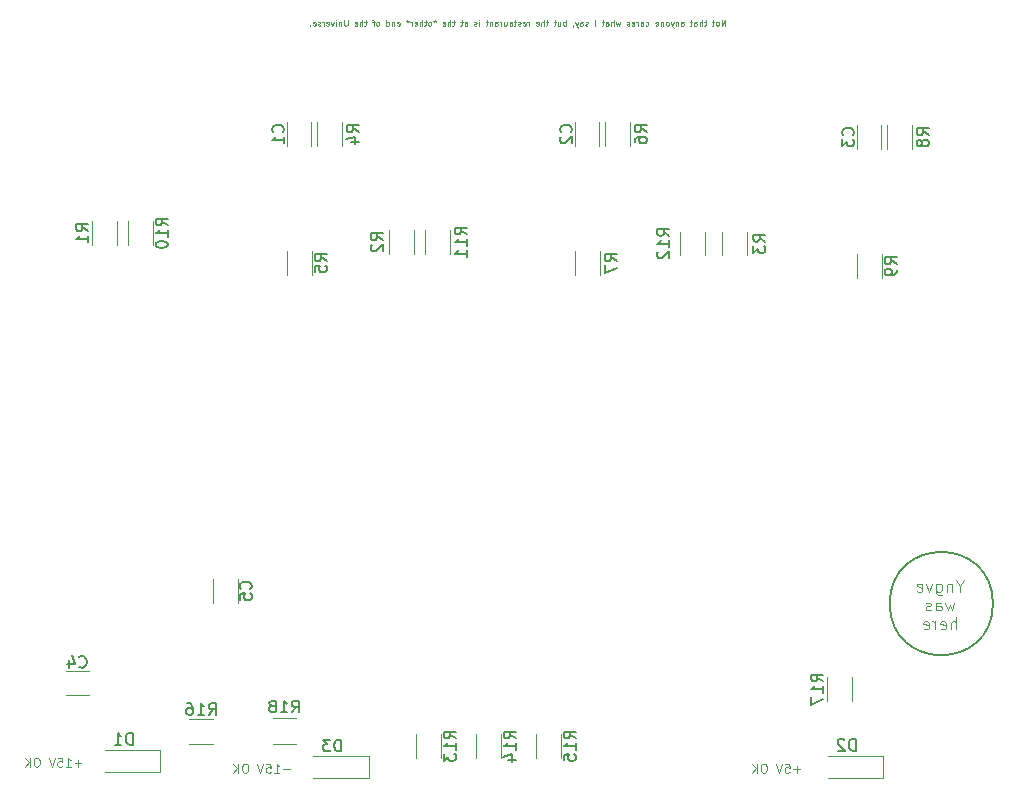
<source format=gbo>
G04 #@! TF.FileFunction,Legend,Bot*
%FSLAX46Y46*%
G04 Gerber Fmt 4.6, Leading zero omitted, Abs format (unit mm)*
G04 Created by KiCad (PCBNEW 4.0.6) date 2017 August 07, Monday 14:19:28*
%MOMM*%
%LPD*%
G01*
G04 APERTURE LIST*
%ADD10C,0.100000*%
%ADD11C,0.125000*%
%ADD12C,0.200000*%
%ADD13C,0.120000*%
%ADD14C,0.150000*%
G04 APERTURE END LIST*
D10*
D11*
X118333992Y-92936190D02*
X118333992Y-92436190D01*
X118048278Y-92936190D01*
X118048278Y-92436190D01*
X117738754Y-92936190D02*
X117786373Y-92912381D01*
X117810182Y-92888571D01*
X117833992Y-92840952D01*
X117833992Y-92698095D01*
X117810182Y-92650476D01*
X117786373Y-92626667D01*
X117738754Y-92602857D01*
X117667325Y-92602857D01*
X117619706Y-92626667D01*
X117595897Y-92650476D01*
X117572087Y-92698095D01*
X117572087Y-92840952D01*
X117595897Y-92888571D01*
X117619706Y-92912381D01*
X117667325Y-92936190D01*
X117738754Y-92936190D01*
X117429230Y-92602857D02*
X117238754Y-92602857D01*
X117357801Y-92436190D02*
X117357801Y-92864762D01*
X117333992Y-92912381D01*
X117286373Y-92936190D01*
X117238754Y-92936190D01*
X116762564Y-92602857D02*
X116572088Y-92602857D01*
X116691135Y-92436190D02*
X116691135Y-92864762D01*
X116667326Y-92912381D01*
X116619707Y-92936190D01*
X116572088Y-92936190D01*
X116405421Y-92936190D02*
X116405421Y-92436190D01*
X116191136Y-92936190D02*
X116191136Y-92674286D01*
X116214945Y-92626667D01*
X116262564Y-92602857D01*
X116333993Y-92602857D01*
X116381612Y-92626667D01*
X116405421Y-92650476D01*
X115738755Y-92936190D02*
X115738755Y-92674286D01*
X115762564Y-92626667D01*
X115810183Y-92602857D01*
X115905421Y-92602857D01*
X115953040Y-92626667D01*
X115738755Y-92912381D02*
X115786374Y-92936190D01*
X115905421Y-92936190D01*
X115953040Y-92912381D01*
X115976850Y-92864762D01*
X115976850Y-92817143D01*
X115953040Y-92769524D01*
X115905421Y-92745714D01*
X115786374Y-92745714D01*
X115738755Y-92721905D01*
X115572088Y-92602857D02*
X115381612Y-92602857D01*
X115500659Y-92436190D02*
X115500659Y-92864762D01*
X115476850Y-92912381D01*
X115429231Y-92936190D01*
X115381612Y-92936190D01*
X114619708Y-92936190D02*
X114619708Y-92674286D01*
X114643517Y-92626667D01*
X114691136Y-92602857D01*
X114786374Y-92602857D01*
X114833993Y-92626667D01*
X114619708Y-92912381D02*
X114667327Y-92936190D01*
X114786374Y-92936190D01*
X114833993Y-92912381D01*
X114857803Y-92864762D01*
X114857803Y-92817143D01*
X114833993Y-92769524D01*
X114786374Y-92745714D01*
X114667327Y-92745714D01*
X114619708Y-92721905D01*
X114381612Y-92602857D02*
X114381612Y-92936190D01*
X114381612Y-92650476D02*
X114357803Y-92626667D01*
X114310184Y-92602857D01*
X114238755Y-92602857D01*
X114191136Y-92626667D01*
X114167327Y-92674286D01*
X114167327Y-92936190D01*
X113976850Y-92602857D02*
X113857803Y-92936190D01*
X113738755Y-92602857D02*
X113857803Y-92936190D01*
X113905422Y-93055238D01*
X113929231Y-93079048D01*
X113976850Y-93102857D01*
X113476851Y-92936190D02*
X113524470Y-92912381D01*
X113548279Y-92888571D01*
X113572089Y-92840952D01*
X113572089Y-92698095D01*
X113548279Y-92650476D01*
X113524470Y-92626667D01*
X113476851Y-92602857D01*
X113405422Y-92602857D01*
X113357803Y-92626667D01*
X113333994Y-92650476D01*
X113310184Y-92698095D01*
X113310184Y-92840952D01*
X113333994Y-92888571D01*
X113357803Y-92912381D01*
X113405422Y-92936190D01*
X113476851Y-92936190D01*
X113095898Y-92602857D02*
X113095898Y-92936190D01*
X113095898Y-92650476D02*
X113072089Y-92626667D01*
X113024470Y-92602857D01*
X112953041Y-92602857D01*
X112905422Y-92626667D01*
X112881613Y-92674286D01*
X112881613Y-92936190D01*
X112453041Y-92912381D02*
X112500660Y-92936190D01*
X112595898Y-92936190D01*
X112643517Y-92912381D01*
X112667327Y-92864762D01*
X112667327Y-92674286D01*
X112643517Y-92626667D01*
X112595898Y-92602857D01*
X112500660Y-92602857D01*
X112453041Y-92626667D01*
X112429232Y-92674286D01*
X112429232Y-92721905D01*
X112667327Y-92769524D01*
X111619709Y-92912381D02*
X111667328Y-92936190D01*
X111762566Y-92936190D01*
X111810185Y-92912381D01*
X111833994Y-92888571D01*
X111857804Y-92840952D01*
X111857804Y-92698095D01*
X111833994Y-92650476D01*
X111810185Y-92626667D01*
X111762566Y-92602857D01*
X111667328Y-92602857D01*
X111619709Y-92626667D01*
X111191138Y-92936190D02*
X111191138Y-92674286D01*
X111214947Y-92626667D01*
X111262566Y-92602857D01*
X111357804Y-92602857D01*
X111405423Y-92626667D01*
X111191138Y-92912381D02*
X111238757Y-92936190D01*
X111357804Y-92936190D01*
X111405423Y-92912381D01*
X111429233Y-92864762D01*
X111429233Y-92817143D01*
X111405423Y-92769524D01*
X111357804Y-92745714D01*
X111238757Y-92745714D01*
X111191138Y-92721905D01*
X110953042Y-92936190D02*
X110953042Y-92602857D01*
X110953042Y-92698095D02*
X110929233Y-92650476D01*
X110905423Y-92626667D01*
X110857804Y-92602857D01*
X110810185Y-92602857D01*
X110453042Y-92912381D02*
X110500661Y-92936190D01*
X110595899Y-92936190D01*
X110643518Y-92912381D01*
X110667328Y-92864762D01*
X110667328Y-92674286D01*
X110643518Y-92626667D01*
X110595899Y-92602857D01*
X110500661Y-92602857D01*
X110453042Y-92626667D01*
X110429233Y-92674286D01*
X110429233Y-92721905D01*
X110667328Y-92769524D01*
X110238757Y-92912381D02*
X110191138Y-92936190D01*
X110095900Y-92936190D01*
X110048281Y-92912381D01*
X110024471Y-92864762D01*
X110024471Y-92840952D01*
X110048281Y-92793333D01*
X110095900Y-92769524D01*
X110167328Y-92769524D01*
X110214947Y-92745714D01*
X110238757Y-92698095D01*
X110238757Y-92674286D01*
X110214947Y-92626667D01*
X110167328Y-92602857D01*
X110095900Y-92602857D01*
X110048281Y-92626667D01*
X109476852Y-92602857D02*
X109381614Y-92936190D01*
X109286376Y-92698095D01*
X109191138Y-92936190D01*
X109095900Y-92602857D01*
X108905423Y-92936190D02*
X108905423Y-92436190D01*
X108691138Y-92936190D02*
X108691138Y-92674286D01*
X108714947Y-92626667D01*
X108762566Y-92602857D01*
X108833995Y-92602857D01*
X108881614Y-92626667D01*
X108905423Y-92650476D01*
X108238757Y-92936190D02*
X108238757Y-92674286D01*
X108262566Y-92626667D01*
X108310185Y-92602857D01*
X108405423Y-92602857D01*
X108453042Y-92626667D01*
X108238757Y-92912381D02*
X108286376Y-92936190D01*
X108405423Y-92936190D01*
X108453042Y-92912381D01*
X108476852Y-92864762D01*
X108476852Y-92817143D01*
X108453042Y-92769524D01*
X108405423Y-92745714D01*
X108286376Y-92745714D01*
X108238757Y-92721905D01*
X108072090Y-92602857D02*
X107881614Y-92602857D01*
X108000661Y-92436190D02*
X108000661Y-92864762D01*
X107976852Y-92912381D01*
X107929233Y-92936190D01*
X107881614Y-92936190D01*
X107333995Y-92936190D02*
X107333995Y-92436190D01*
X106738758Y-92912381D02*
X106691139Y-92936190D01*
X106595901Y-92936190D01*
X106548282Y-92912381D01*
X106524472Y-92864762D01*
X106524472Y-92840952D01*
X106548282Y-92793333D01*
X106595901Y-92769524D01*
X106667329Y-92769524D01*
X106714948Y-92745714D01*
X106738758Y-92698095D01*
X106738758Y-92674286D01*
X106714948Y-92626667D01*
X106667329Y-92602857D01*
X106595901Y-92602857D01*
X106548282Y-92626667D01*
X106095901Y-92936190D02*
X106095901Y-92674286D01*
X106119710Y-92626667D01*
X106167329Y-92602857D01*
X106262567Y-92602857D01*
X106310186Y-92626667D01*
X106095901Y-92912381D02*
X106143520Y-92936190D01*
X106262567Y-92936190D01*
X106310186Y-92912381D01*
X106333996Y-92864762D01*
X106333996Y-92817143D01*
X106310186Y-92769524D01*
X106262567Y-92745714D01*
X106143520Y-92745714D01*
X106095901Y-92721905D01*
X105905424Y-92602857D02*
X105786377Y-92936190D01*
X105667329Y-92602857D02*
X105786377Y-92936190D01*
X105833996Y-93055238D01*
X105857805Y-93079048D01*
X105905424Y-93102857D01*
X105453044Y-92912381D02*
X105453044Y-92936190D01*
X105476853Y-92983810D01*
X105500663Y-93007619D01*
X104857806Y-92936190D02*
X104857806Y-92436190D01*
X104857806Y-92626667D02*
X104810187Y-92602857D01*
X104714949Y-92602857D01*
X104667330Y-92626667D01*
X104643521Y-92650476D01*
X104619711Y-92698095D01*
X104619711Y-92840952D01*
X104643521Y-92888571D01*
X104667330Y-92912381D01*
X104714949Y-92936190D01*
X104810187Y-92936190D01*
X104857806Y-92912381D01*
X104191140Y-92602857D02*
X104191140Y-92936190D01*
X104405425Y-92602857D02*
X104405425Y-92864762D01*
X104381616Y-92912381D01*
X104333997Y-92936190D01*
X104262568Y-92936190D01*
X104214949Y-92912381D01*
X104191140Y-92888571D01*
X104024473Y-92602857D02*
X103833997Y-92602857D01*
X103953044Y-92436190D02*
X103953044Y-92864762D01*
X103929235Y-92912381D01*
X103881616Y-92936190D01*
X103833997Y-92936190D01*
X103357807Y-92602857D02*
X103167331Y-92602857D01*
X103286378Y-92436190D02*
X103286378Y-92864762D01*
X103262569Y-92912381D01*
X103214950Y-92936190D01*
X103167331Y-92936190D01*
X103000664Y-92936190D02*
X103000664Y-92436190D01*
X102786379Y-92936190D02*
X102786379Y-92674286D01*
X102810188Y-92626667D01*
X102857807Y-92602857D01*
X102929236Y-92602857D01*
X102976855Y-92626667D01*
X103000664Y-92650476D01*
X102357807Y-92912381D02*
X102405426Y-92936190D01*
X102500664Y-92936190D01*
X102548283Y-92912381D01*
X102572093Y-92864762D01*
X102572093Y-92674286D01*
X102548283Y-92626667D01*
X102500664Y-92602857D01*
X102405426Y-92602857D01*
X102357807Y-92626667D01*
X102333998Y-92674286D01*
X102333998Y-92721905D01*
X102572093Y-92769524D01*
X101738760Y-92936190D02*
X101738760Y-92602857D01*
X101738760Y-92698095D02*
X101714951Y-92650476D01*
X101691141Y-92626667D01*
X101643522Y-92602857D01*
X101595903Y-92602857D01*
X101238760Y-92912381D02*
X101286379Y-92936190D01*
X101381617Y-92936190D01*
X101429236Y-92912381D01*
X101453046Y-92864762D01*
X101453046Y-92674286D01*
X101429236Y-92626667D01*
X101381617Y-92602857D01*
X101286379Y-92602857D01*
X101238760Y-92626667D01*
X101214951Y-92674286D01*
X101214951Y-92721905D01*
X101453046Y-92769524D01*
X101024475Y-92912381D02*
X100976856Y-92936190D01*
X100881618Y-92936190D01*
X100833999Y-92912381D01*
X100810189Y-92864762D01*
X100810189Y-92840952D01*
X100833999Y-92793333D01*
X100881618Y-92769524D01*
X100953046Y-92769524D01*
X101000665Y-92745714D01*
X101024475Y-92698095D01*
X101024475Y-92674286D01*
X101000665Y-92626667D01*
X100953046Y-92602857D01*
X100881618Y-92602857D01*
X100833999Y-92626667D01*
X100667332Y-92602857D02*
X100476856Y-92602857D01*
X100595903Y-92436190D02*
X100595903Y-92864762D01*
X100572094Y-92912381D01*
X100524475Y-92936190D01*
X100476856Y-92936190D01*
X100095904Y-92936190D02*
X100095904Y-92674286D01*
X100119713Y-92626667D01*
X100167332Y-92602857D01*
X100262570Y-92602857D01*
X100310189Y-92626667D01*
X100095904Y-92912381D02*
X100143523Y-92936190D01*
X100262570Y-92936190D01*
X100310189Y-92912381D01*
X100333999Y-92864762D01*
X100333999Y-92817143D01*
X100310189Y-92769524D01*
X100262570Y-92745714D01*
X100143523Y-92745714D01*
X100095904Y-92721905D01*
X99643523Y-92602857D02*
X99643523Y-92936190D01*
X99857808Y-92602857D02*
X99857808Y-92864762D01*
X99833999Y-92912381D01*
X99786380Y-92936190D01*
X99714951Y-92936190D01*
X99667332Y-92912381D01*
X99643523Y-92888571D01*
X99405427Y-92936190D02*
X99405427Y-92602857D01*
X99405427Y-92698095D02*
X99381618Y-92650476D01*
X99357808Y-92626667D01*
X99310189Y-92602857D01*
X99262570Y-92602857D01*
X98881618Y-92936190D02*
X98881618Y-92674286D01*
X98905427Y-92626667D01*
X98953046Y-92602857D01*
X99048284Y-92602857D01*
X99095903Y-92626667D01*
X98881618Y-92912381D02*
X98929237Y-92936190D01*
X99048284Y-92936190D01*
X99095903Y-92912381D01*
X99119713Y-92864762D01*
X99119713Y-92817143D01*
X99095903Y-92769524D01*
X99048284Y-92745714D01*
X98929237Y-92745714D01*
X98881618Y-92721905D01*
X98643522Y-92602857D02*
X98643522Y-92936190D01*
X98643522Y-92650476D02*
X98619713Y-92626667D01*
X98572094Y-92602857D01*
X98500665Y-92602857D01*
X98453046Y-92626667D01*
X98429237Y-92674286D01*
X98429237Y-92936190D01*
X98262570Y-92602857D02*
X98072094Y-92602857D01*
X98191141Y-92436190D02*
X98191141Y-92864762D01*
X98167332Y-92912381D01*
X98119713Y-92936190D01*
X98072094Y-92936190D01*
X97524475Y-92936190D02*
X97524475Y-92602857D01*
X97524475Y-92436190D02*
X97548285Y-92460000D01*
X97524475Y-92483810D01*
X97500666Y-92460000D01*
X97524475Y-92436190D01*
X97524475Y-92483810D01*
X97310190Y-92912381D02*
X97262571Y-92936190D01*
X97167333Y-92936190D01*
X97119714Y-92912381D01*
X97095904Y-92864762D01*
X97095904Y-92840952D01*
X97119714Y-92793333D01*
X97167333Y-92769524D01*
X97238761Y-92769524D01*
X97286380Y-92745714D01*
X97310190Y-92698095D01*
X97310190Y-92674286D01*
X97286380Y-92626667D01*
X97238761Y-92602857D01*
X97167333Y-92602857D01*
X97119714Y-92626667D01*
X96286381Y-92936190D02*
X96286381Y-92674286D01*
X96310190Y-92626667D01*
X96357809Y-92602857D01*
X96453047Y-92602857D01*
X96500666Y-92626667D01*
X96286381Y-92912381D02*
X96334000Y-92936190D01*
X96453047Y-92936190D01*
X96500666Y-92912381D01*
X96524476Y-92864762D01*
X96524476Y-92817143D01*
X96500666Y-92769524D01*
X96453047Y-92745714D01*
X96334000Y-92745714D01*
X96286381Y-92721905D01*
X96119714Y-92602857D02*
X95929238Y-92602857D01*
X96048285Y-92436190D02*
X96048285Y-92864762D01*
X96024476Y-92912381D01*
X95976857Y-92936190D01*
X95929238Y-92936190D01*
X95453048Y-92602857D02*
X95262572Y-92602857D01*
X95381619Y-92436190D02*
X95381619Y-92864762D01*
X95357810Y-92912381D01*
X95310191Y-92936190D01*
X95262572Y-92936190D01*
X95095905Y-92936190D02*
X95095905Y-92436190D01*
X94881620Y-92936190D02*
X94881620Y-92674286D01*
X94905429Y-92626667D01*
X94953048Y-92602857D01*
X95024477Y-92602857D01*
X95072096Y-92626667D01*
X95095905Y-92650476D01*
X94453048Y-92912381D02*
X94500667Y-92936190D01*
X94595905Y-92936190D01*
X94643524Y-92912381D01*
X94667334Y-92864762D01*
X94667334Y-92674286D01*
X94643524Y-92626667D01*
X94595905Y-92602857D01*
X94500667Y-92602857D01*
X94453048Y-92626667D01*
X94429239Y-92674286D01*
X94429239Y-92721905D01*
X94667334Y-92769524D01*
X93762573Y-92436190D02*
X93762573Y-92555238D01*
X93881620Y-92507619D02*
X93762573Y-92555238D01*
X93643525Y-92507619D01*
X93834001Y-92650476D02*
X93762573Y-92555238D01*
X93691144Y-92650476D01*
X93381621Y-92936190D02*
X93429240Y-92912381D01*
X93453049Y-92888571D01*
X93476859Y-92840952D01*
X93476859Y-92698095D01*
X93453049Y-92650476D01*
X93429240Y-92626667D01*
X93381621Y-92602857D01*
X93310192Y-92602857D01*
X93262573Y-92626667D01*
X93238764Y-92650476D01*
X93214954Y-92698095D01*
X93214954Y-92840952D01*
X93238764Y-92888571D01*
X93262573Y-92912381D01*
X93310192Y-92936190D01*
X93381621Y-92936190D01*
X93072097Y-92602857D02*
X92881621Y-92602857D01*
X93000668Y-92436190D02*
X93000668Y-92864762D01*
X92976859Y-92912381D01*
X92929240Y-92936190D01*
X92881621Y-92936190D01*
X92714954Y-92936190D02*
X92714954Y-92436190D01*
X92500669Y-92936190D02*
X92500669Y-92674286D01*
X92524478Y-92626667D01*
X92572097Y-92602857D01*
X92643526Y-92602857D01*
X92691145Y-92626667D01*
X92714954Y-92650476D01*
X92072097Y-92912381D02*
X92119716Y-92936190D01*
X92214954Y-92936190D01*
X92262573Y-92912381D01*
X92286383Y-92864762D01*
X92286383Y-92674286D01*
X92262573Y-92626667D01*
X92214954Y-92602857D01*
X92119716Y-92602857D01*
X92072097Y-92626667D01*
X92048288Y-92674286D01*
X92048288Y-92721905D01*
X92286383Y-92769524D01*
X91834002Y-92936190D02*
X91834002Y-92602857D01*
X91834002Y-92698095D02*
X91810193Y-92650476D01*
X91786383Y-92626667D01*
X91738764Y-92602857D01*
X91691145Y-92602857D01*
X91453050Y-92436190D02*
X91453050Y-92555238D01*
X91572097Y-92507619D02*
X91453050Y-92555238D01*
X91334002Y-92507619D01*
X91524478Y-92650476D02*
X91453050Y-92555238D01*
X91381621Y-92650476D01*
X90572098Y-92912381D02*
X90619717Y-92936190D01*
X90714955Y-92936190D01*
X90762574Y-92912381D01*
X90786384Y-92864762D01*
X90786384Y-92674286D01*
X90762574Y-92626667D01*
X90714955Y-92602857D01*
X90619717Y-92602857D01*
X90572098Y-92626667D01*
X90548289Y-92674286D01*
X90548289Y-92721905D01*
X90786384Y-92769524D01*
X90334003Y-92602857D02*
X90334003Y-92936190D01*
X90334003Y-92650476D02*
X90310194Y-92626667D01*
X90262575Y-92602857D01*
X90191146Y-92602857D01*
X90143527Y-92626667D01*
X90119718Y-92674286D01*
X90119718Y-92936190D01*
X89667337Y-92936190D02*
X89667337Y-92436190D01*
X89667337Y-92912381D02*
X89714956Y-92936190D01*
X89810194Y-92936190D01*
X89857813Y-92912381D01*
X89881622Y-92888571D01*
X89905432Y-92840952D01*
X89905432Y-92698095D01*
X89881622Y-92650476D01*
X89857813Y-92626667D01*
X89810194Y-92602857D01*
X89714956Y-92602857D01*
X89667337Y-92626667D01*
X88976861Y-92936190D02*
X89024480Y-92912381D01*
X89048289Y-92888571D01*
X89072099Y-92840952D01*
X89072099Y-92698095D01*
X89048289Y-92650476D01*
X89024480Y-92626667D01*
X88976861Y-92602857D01*
X88905432Y-92602857D01*
X88857813Y-92626667D01*
X88834004Y-92650476D01*
X88810194Y-92698095D01*
X88810194Y-92840952D01*
X88834004Y-92888571D01*
X88857813Y-92912381D01*
X88905432Y-92936190D01*
X88976861Y-92936190D01*
X88667337Y-92602857D02*
X88476861Y-92602857D01*
X88595908Y-92936190D02*
X88595908Y-92507619D01*
X88572099Y-92460000D01*
X88524480Y-92436190D01*
X88476861Y-92436190D01*
X88000671Y-92602857D02*
X87810195Y-92602857D01*
X87929242Y-92436190D02*
X87929242Y-92864762D01*
X87905433Y-92912381D01*
X87857814Y-92936190D01*
X87810195Y-92936190D01*
X87643528Y-92936190D02*
X87643528Y-92436190D01*
X87429243Y-92936190D02*
X87429243Y-92674286D01*
X87453052Y-92626667D01*
X87500671Y-92602857D01*
X87572100Y-92602857D01*
X87619719Y-92626667D01*
X87643528Y-92650476D01*
X87000671Y-92912381D02*
X87048290Y-92936190D01*
X87143528Y-92936190D01*
X87191147Y-92912381D01*
X87214957Y-92864762D01*
X87214957Y-92674286D01*
X87191147Y-92626667D01*
X87143528Y-92602857D01*
X87048290Y-92602857D01*
X87000671Y-92626667D01*
X86976862Y-92674286D01*
X86976862Y-92721905D01*
X87214957Y-92769524D01*
X86381624Y-92436190D02*
X86381624Y-92840952D01*
X86357815Y-92888571D01*
X86334005Y-92912381D01*
X86286386Y-92936190D01*
X86191148Y-92936190D01*
X86143529Y-92912381D01*
X86119720Y-92888571D01*
X86095910Y-92840952D01*
X86095910Y-92436190D01*
X85857814Y-92602857D02*
X85857814Y-92936190D01*
X85857814Y-92650476D02*
X85834005Y-92626667D01*
X85786386Y-92602857D01*
X85714957Y-92602857D01*
X85667338Y-92626667D01*
X85643529Y-92674286D01*
X85643529Y-92936190D01*
X85405433Y-92936190D02*
X85405433Y-92602857D01*
X85405433Y-92436190D02*
X85429243Y-92460000D01*
X85405433Y-92483810D01*
X85381624Y-92460000D01*
X85405433Y-92436190D01*
X85405433Y-92483810D01*
X85214957Y-92602857D02*
X85095910Y-92936190D01*
X84976862Y-92602857D01*
X84595910Y-92912381D02*
X84643529Y-92936190D01*
X84738767Y-92936190D01*
X84786386Y-92912381D01*
X84810196Y-92864762D01*
X84810196Y-92674286D01*
X84786386Y-92626667D01*
X84738767Y-92602857D01*
X84643529Y-92602857D01*
X84595910Y-92626667D01*
X84572101Y-92674286D01*
X84572101Y-92721905D01*
X84810196Y-92769524D01*
X84357815Y-92936190D02*
X84357815Y-92602857D01*
X84357815Y-92698095D02*
X84334006Y-92650476D01*
X84310196Y-92626667D01*
X84262577Y-92602857D01*
X84214958Y-92602857D01*
X84072101Y-92912381D02*
X84024482Y-92936190D01*
X83929244Y-92936190D01*
X83881625Y-92912381D01*
X83857815Y-92864762D01*
X83857815Y-92840952D01*
X83881625Y-92793333D01*
X83929244Y-92769524D01*
X84000672Y-92769524D01*
X84048291Y-92745714D01*
X84072101Y-92698095D01*
X84072101Y-92674286D01*
X84048291Y-92626667D01*
X84000672Y-92602857D01*
X83929244Y-92602857D01*
X83881625Y-92626667D01*
X83453053Y-92912381D02*
X83500672Y-92936190D01*
X83595910Y-92936190D01*
X83643529Y-92912381D01*
X83667339Y-92864762D01*
X83667339Y-92674286D01*
X83643529Y-92626667D01*
X83595910Y-92602857D01*
X83500672Y-92602857D01*
X83453053Y-92626667D01*
X83429244Y-92674286D01*
X83429244Y-92721905D01*
X83667339Y-92769524D01*
X83214958Y-92888571D02*
X83191149Y-92912381D01*
X83214958Y-92936190D01*
X83238768Y-92912381D01*
X83214958Y-92888571D01*
X83214958Y-92936190D01*
D12*
X141021981Y-141859000D02*
G75*
G03X141021981Y-141859000I-4369981J0D01*
G01*
D10*
X138239286Y-140362190D02*
X138239286Y-140838381D01*
X138572619Y-139838381D02*
X138239286Y-140362190D01*
X137905952Y-139838381D01*
X137572619Y-140171714D02*
X137572619Y-140838381D01*
X137572619Y-140266952D02*
X137525000Y-140219333D01*
X137429762Y-140171714D01*
X137286904Y-140171714D01*
X137191666Y-140219333D01*
X137144047Y-140314571D01*
X137144047Y-140838381D01*
X136239285Y-140171714D02*
X136239285Y-140981238D01*
X136286904Y-141076476D01*
X136334523Y-141124095D01*
X136429762Y-141171714D01*
X136572619Y-141171714D01*
X136667857Y-141124095D01*
X136239285Y-140790762D02*
X136334523Y-140838381D01*
X136525000Y-140838381D01*
X136620238Y-140790762D01*
X136667857Y-140743143D01*
X136715476Y-140647905D01*
X136715476Y-140362190D01*
X136667857Y-140266952D01*
X136620238Y-140219333D01*
X136525000Y-140171714D01*
X136334523Y-140171714D01*
X136239285Y-140219333D01*
X135858333Y-140171714D02*
X135620238Y-140838381D01*
X135382142Y-140171714D01*
X134620237Y-140790762D02*
X134715475Y-140838381D01*
X134905952Y-140838381D01*
X135001190Y-140790762D01*
X135048809Y-140695524D01*
X135048809Y-140314571D01*
X135001190Y-140219333D01*
X134905952Y-140171714D01*
X134715475Y-140171714D01*
X134620237Y-140219333D01*
X134572618Y-140314571D01*
X134572618Y-140409810D01*
X135048809Y-140505048D01*
X137763095Y-141771714D02*
X137572619Y-142438381D01*
X137382142Y-141962190D01*
X137191666Y-142438381D01*
X137001190Y-141771714D01*
X136191666Y-142438381D02*
X136191666Y-141914571D01*
X136239285Y-141819333D01*
X136334523Y-141771714D01*
X136525000Y-141771714D01*
X136620238Y-141819333D01*
X136191666Y-142390762D02*
X136286904Y-142438381D01*
X136525000Y-142438381D01*
X136620238Y-142390762D01*
X136667857Y-142295524D01*
X136667857Y-142200286D01*
X136620238Y-142105048D01*
X136525000Y-142057429D01*
X136286904Y-142057429D01*
X136191666Y-142009810D01*
X135763095Y-142390762D02*
X135667857Y-142438381D01*
X135477381Y-142438381D01*
X135382142Y-142390762D01*
X135334523Y-142295524D01*
X135334523Y-142247905D01*
X135382142Y-142152667D01*
X135477381Y-142105048D01*
X135620238Y-142105048D01*
X135715476Y-142057429D01*
X135763095Y-141962190D01*
X135763095Y-141914571D01*
X135715476Y-141819333D01*
X135620238Y-141771714D01*
X135477381Y-141771714D01*
X135382142Y-141819333D01*
X137905953Y-144038381D02*
X137905953Y-143038381D01*
X137477381Y-144038381D02*
X137477381Y-143514571D01*
X137525000Y-143419333D01*
X137620238Y-143371714D01*
X137763096Y-143371714D01*
X137858334Y-143419333D01*
X137905953Y-143466952D01*
X136620238Y-143990762D02*
X136715476Y-144038381D01*
X136905953Y-144038381D01*
X137001191Y-143990762D01*
X137048810Y-143895524D01*
X137048810Y-143514571D01*
X137001191Y-143419333D01*
X136905953Y-143371714D01*
X136715476Y-143371714D01*
X136620238Y-143419333D01*
X136572619Y-143514571D01*
X136572619Y-143609810D01*
X137048810Y-143705048D01*
X136144048Y-144038381D02*
X136144048Y-143371714D01*
X136144048Y-143562190D02*
X136096429Y-143466952D01*
X136048810Y-143419333D01*
X135953572Y-143371714D01*
X135858333Y-143371714D01*
X135144047Y-143990762D02*
X135239285Y-144038381D01*
X135429762Y-144038381D01*
X135525000Y-143990762D01*
X135572619Y-143895524D01*
X135572619Y-143514571D01*
X135525000Y-143419333D01*
X135429762Y-143371714D01*
X135239285Y-143371714D01*
X135144047Y-143419333D01*
X135096428Y-143514571D01*
X135096428Y-143609810D01*
X135572619Y-143705048D01*
X124699857Y-155882571D02*
X124128428Y-155882571D01*
X124414142Y-156168286D02*
X124414142Y-155596857D01*
X123414143Y-155418286D02*
X123771286Y-155418286D01*
X123807000Y-155775429D01*
X123771286Y-155739714D01*
X123699857Y-155704000D01*
X123521286Y-155704000D01*
X123449857Y-155739714D01*
X123414143Y-155775429D01*
X123378428Y-155846857D01*
X123378428Y-156025429D01*
X123414143Y-156096857D01*
X123449857Y-156132571D01*
X123521286Y-156168286D01*
X123699857Y-156168286D01*
X123771286Y-156132571D01*
X123807000Y-156096857D01*
X123164142Y-155418286D02*
X122914142Y-156168286D01*
X122664142Y-155418286D01*
X121699856Y-155418286D02*
X121556999Y-155418286D01*
X121485571Y-155454000D01*
X121414142Y-155525429D01*
X121378428Y-155668286D01*
X121378428Y-155918286D01*
X121414142Y-156061143D01*
X121485571Y-156132571D01*
X121556999Y-156168286D01*
X121699856Y-156168286D01*
X121771285Y-156132571D01*
X121842714Y-156061143D01*
X121878428Y-155918286D01*
X121878428Y-155668286D01*
X121842714Y-155525429D01*
X121771285Y-155454000D01*
X121699856Y-155418286D01*
X121057000Y-156168286D02*
X121057000Y-155418286D01*
X120628428Y-156168286D02*
X120949857Y-155739714D01*
X120628428Y-155418286D02*
X121057000Y-155846857D01*
X81496000Y-155882571D02*
X80924571Y-155882571D01*
X80174571Y-156168286D02*
X80603143Y-156168286D01*
X80388857Y-156168286D02*
X80388857Y-155418286D01*
X80460286Y-155525429D01*
X80531714Y-155596857D01*
X80603143Y-155632571D01*
X79496000Y-155418286D02*
X79853143Y-155418286D01*
X79888857Y-155775429D01*
X79853143Y-155739714D01*
X79781714Y-155704000D01*
X79603143Y-155704000D01*
X79531714Y-155739714D01*
X79496000Y-155775429D01*
X79460285Y-155846857D01*
X79460285Y-156025429D01*
X79496000Y-156096857D01*
X79531714Y-156132571D01*
X79603143Y-156168286D01*
X79781714Y-156168286D01*
X79853143Y-156132571D01*
X79888857Y-156096857D01*
X79245999Y-155418286D02*
X78995999Y-156168286D01*
X78745999Y-155418286D01*
X77781713Y-155418286D02*
X77638856Y-155418286D01*
X77567428Y-155454000D01*
X77495999Y-155525429D01*
X77460285Y-155668286D01*
X77460285Y-155918286D01*
X77495999Y-156061143D01*
X77567428Y-156132571D01*
X77638856Y-156168286D01*
X77781713Y-156168286D01*
X77853142Y-156132571D01*
X77924571Y-156061143D01*
X77960285Y-155918286D01*
X77960285Y-155668286D01*
X77924571Y-155525429D01*
X77853142Y-155454000D01*
X77781713Y-155418286D01*
X77138857Y-156168286D02*
X77138857Y-155418286D01*
X76710285Y-156168286D02*
X77031714Y-155739714D01*
X76710285Y-155418286D02*
X77138857Y-155846857D01*
X63843000Y-155374571D02*
X63271571Y-155374571D01*
X63557285Y-155660286D02*
X63557285Y-155088857D01*
X62521571Y-155660286D02*
X62950143Y-155660286D01*
X62735857Y-155660286D02*
X62735857Y-154910286D01*
X62807286Y-155017429D01*
X62878714Y-155088857D01*
X62950143Y-155124571D01*
X61843000Y-154910286D02*
X62200143Y-154910286D01*
X62235857Y-155267429D01*
X62200143Y-155231714D01*
X62128714Y-155196000D01*
X61950143Y-155196000D01*
X61878714Y-155231714D01*
X61843000Y-155267429D01*
X61807285Y-155338857D01*
X61807285Y-155517429D01*
X61843000Y-155588857D01*
X61878714Y-155624571D01*
X61950143Y-155660286D01*
X62128714Y-155660286D01*
X62200143Y-155624571D01*
X62235857Y-155588857D01*
X61592999Y-154910286D02*
X61342999Y-155660286D01*
X61092999Y-154910286D01*
X60128713Y-154910286D02*
X59985856Y-154910286D01*
X59914428Y-154946000D01*
X59842999Y-155017429D01*
X59807285Y-155160286D01*
X59807285Y-155410286D01*
X59842999Y-155553143D01*
X59914428Y-155624571D01*
X59985856Y-155660286D01*
X60128713Y-155660286D01*
X60200142Y-155624571D01*
X60271571Y-155553143D01*
X60307285Y-155410286D01*
X60307285Y-155160286D01*
X60271571Y-155017429D01*
X60200142Y-154946000D01*
X60128713Y-154910286D01*
X59485857Y-155660286D02*
X59485857Y-154910286D01*
X59057285Y-155660286D02*
X59378714Y-155231714D01*
X59057285Y-154910286D02*
X59485857Y-155338857D01*
D13*
X77067600Y-139792200D02*
X77067600Y-141792200D01*
X75027600Y-141792200D02*
X75027600Y-139792200D01*
X62500000Y-147570000D02*
X64500000Y-147570000D01*
X64500000Y-149610000D02*
X62500000Y-149610000D01*
X129536000Y-103362000D02*
X129536000Y-101362000D01*
X131576000Y-101362000D02*
X131576000Y-103362000D01*
X105660000Y-103108000D02*
X105660000Y-101108000D01*
X107700000Y-101108000D02*
X107700000Y-103108000D01*
X81276000Y-103108000D02*
X81276000Y-101108000D01*
X83316000Y-101108000D02*
X83316000Y-103108000D01*
X66856000Y-111490000D02*
X66856000Y-109490000D01*
X64716000Y-109490000D02*
X64716000Y-111490000D01*
X92002000Y-112252000D02*
X92002000Y-110252000D01*
X89862000Y-110252000D02*
X89862000Y-112252000D01*
X120196000Y-112379000D02*
X120196000Y-110379000D01*
X118056000Y-110379000D02*
X118056000Y-112379000D01*
X85906000Y-103108000D02*
X85906000Y-101108000D01*
X83766000Y-101108000D02*
X83766000Y-103108000D01*
X81226000Y-112030000D02*
X81226000Y-114030000D01*
X83366000Y-114030000D02*
X83366000Y-112030000D01*
X110290000Y-103108000D02*
X110290000Y-101108000D01*
X108150000Y-101108000D02*
X108150000Y-103108000D01*
X105610000Y-112030000D02*
X105610000Y-114030000D01*
X107750000Y-114030000D02*
X107750000Y-112030000D01*
X134166000Y-103362000D02*
X134166000Y-101362000D01*
X132026000Y-101362000D02*
X132026000Y-103362000D01*
X129486000Y-112284000D02*
X129486000Y-114284000D01*
X131626000Y-114284000D02*
X131626000Y-112284000D01*
X67764000Y-109490000D02*
X67764000Y-111490000D01*
X69904000Y-111490000D02*
X69904000Y-109490000D01*
X92910000Y-110252000D02*
X92910000Y-112252000D01*
X95050000Y-112252000D02*
X95050000Y-110252000D01*
X114500000Y-110379000D02*
X114500000Y-112379000D01*
X116640000Y-112379000D02*
X116640000Y-110379000D01*
X92148000Y-152924000D02*
X92148000Y-154924000D01*
X94288000Y-154924000D02*
X94288000Y-152924000D01*
X97228000Y-152924000D02*
X97228000Y-154924000D01*
X99368000Y-154924000D02*
X99368000Y-152924000D01*
X102308000Y-152924000D02*
X102308000Y-154924000D01*
X104448000Y-154924000D02*
X104448000Y-152924000D01*
X72990200Y-153749400D02*
X74990200Y-153749400D01*
X74990200Y-151609400D02*
X72990200Y-151609400D01*
X129086000Y-150098000D02*
X129086000Y-148098000D01*
X126946000Y-148098000D02*
X126946000Y-150098000D01*
X70537000Y-154244000D02*
X70537000Y-156144000D01*
X70537000Y-156144000D02*
X65837000Y-156144000D01*
X70537000Y-154244000D02*
X65837000Y-154244000D01*
X131751000Y-154752000D02*
X131751000Y-156652000D01*
X131751000Y-156652000D02*
X127051000Y-156652000D01*
X131751000Y-154752000D02*
X127051000Y-154752000D01*
X88190000Y-154752000D02*
X88190000Y-156652000D01*
X88190000Y-156652000D02*
X83490000Y-156652000D01*
X88190000Y-154752000D02*
X83490000Y-154752000D01*
X82026000Y-151584000D02*
X80026000Y-151584000D01*
X80026000Y-153724000D02*
X82026000Y-153724000D01*
D14*
X78154743Y-140625534D02*
X78202362Y-140577915D01*
X78249981Y-140435058D01*
X78249981Y-140339820D01*
X78202362Y-140196962D01*
X78107124Y-140101724D01*
X78011886Y-140054105D01*
X77821410Y-140006486D01*
X77678552Y-140006486D01*
X77488076Y-140054105D01*
X77392838Y-140101724D01*
X77297600Y-140196962D01*
X77249981Y-140339820D01*
X77249981Y-140435058D01*
X77297600Y-140577915D01*
X77345219Y-140625534D01*
X77249981Y-141530296D02*
X77249981Y-141054105D01*
X77726171Y-141006486D01*
X77678552Y-141054105D01*
X77630933Y-141149343D01*
X77630933Y-141387439D01*
X77678552Y-141482677D01*
X77726171Y-141530296D01*
X77821410Y-141577915D01*
X78059505Y-141577915D01*
X78154743Y-141530296D01*
X78202362Y-141482677D01*
X78249981Y-141387439D01*
X78249981Y-141149343D01*
X78202362Y-141054105D01*
X78154743Y-141006486D01*
X63666666Y-147197143D02*
X63714285Y-147244762D01*
X63857142Y-147292381D01*
X63952380Y-147292381D01*
X64095238Y-147244762D01*
X64190476Y-147149524D01*
X64238095Y-147054286D01*
X64285714Y-146863810D01*
X64285714Y-146720952D01*
X64238095Y-146530476D01*
X64190476Y-146435238D01*
X64095238Y-146340000D01*
X63952380Y-146292381D01*
X63857142Y-146292381D01*
X63714285Y-146340000D01*
X63666666Y-146387619D01*
X62809523Y-146625714D02*
X62809523Y-147292381D01*
X63047619Y-146244762D02*
X63285714Y-146959048D01*
X62666666Y-146959048D01*
X129163143Y-102195334D02*
X129210762Y-102147715D01*
X129258381Y-102004858D01*
X129258381Y-101909620D01*
X129210762Y-101766762D01*
X129115524Y-101671524D01*
X129020286Y-101623905D01*
X128829810Y-101576286D01*
X128686952Y-101576286D01*
X128496476Y-101623905D01*
X128401238Y-101671524D01*
X128306000Y-101766762D01*
X128258381Y-101909620D01*
X128258381Y-102004858D01*
X128306000Y-102147715D01*
X128353619Y-102195334D01*
X128258381Y-102528667D02*
X128258381Y-103147715D01*
X128639333Y-102814381D01*
X128639333Y-102957239D01*
X128686952Y-103052477D01*
X128734571Y-103100096D01*
X128829810Y-103147715D01*
X129067905Y-103147715D01*
X129163143Y-103100096D01*
X129210762Y-103052477D01*
X129258381Y-102957239D01*
X129258381Y-102671524D01*
X129210762Y-102576286D01*
X129163143Y-102528667D01*
X105287143Y-101941334D02*
X105334762Y-101893715D01*
X105382381Y-101750858D01*
X105382381Y-101655620D01*
X105334762Y-101512762D01*
X105239524Y-101417524D01*
X105144286Y-101369905D01*
X104953810Y-101322286D01*
X104810952Y-101322286D01*
X104620476Y-101369905D01*
X104525238Y-101417524D01*
X104430000Y-101512762D01*
X104382381Y-101655620D01*
X104382381Y-101750858D01*
X104430000Y-101893715D01*
X104477619Y-101941334D01*
X104477619Y-102322286D02*
X104430000Y-102369905D01*
X104382381Y-102465143D01*
X104382381Y-102703239D01*
X104430000Y-102798477D01*
X104477619Y-102846096D01*
X104572857Y-102893715D01*
X104668095Y-102893715D01*
X104810952Y-102846096D01*
X105382381Y-102274667D01*
X105382381Y-102893715D01*
X80903143Y-101941334D02*
X80950762Y-101893715D01*
X80998381Y-101750858D01*
X80998381Y-101655620D01*
X80950762Y-101512762D01*
X80855524Y-101417524D01*
X80760286Y-101369905D01*
X80569810Y-101322286D01*
X80426952Y-101322286D01*
X80236476Y-101369905D01*
X80141238Y-101417524D01*
X80046000Y-101512762D01*
X79998381Y-101655620D01*
X79998381Y-101750858D01*
X80046000Y-101893715D01*
X80093619Y-101941334D01*
X80998381Y-102893715D02*
X80998381Y-102322286D01*
X80998381Y-102608000D02*
X79998381Y-102608000D01*
X80141238Y-102512762D01*
X80236476Y-102417524D01*
X80284095Y-102322286D01*
X64388381Y-110323334D02*
X63912190Y-109990000D01*
X64388381Y-109751905D02*
X63388381Y-109751905D01*
X63388381Y-110132858D01*
X63436000Y-110228096D01*
X63483619Y-110275715D01*
X63578857Y-110323334D01*
X63721714Y-110323334D01*
X63816952Y-110275715D01*
X63864571Y-110228096D01*
X63912190Y-110132858D01*
X63912190Y-109751905D01*
X64388381Y-111275715D02*
X64388381Y-110704286D01*
X64388381Y-110990000D02*
X63388381Y-110990000D01*
X63531238Y-110894762D01*
X63626476Y-110799524D01*
X63674095Y-110704286D01*
X89352381Y-111085334D02*
X88876190Y-110752000D01*
X89352381Y-110513905D02*
X88352381Y-110513905D01*
X88352381Y-110894858D01*
X88400000Y-110990096D01*
X88447619Y-111037715D01*
X88542857Y-111085334D01*
X88685714Y-111085334D01*
X88780952Y-111037715D01*
X88828571Y-110990096D01*
X88876190Y-110894858D01*
X88876190Y-110513905D01*
X88447619Y-111466286D02*
X88400000Y-111513905D01*
X88352381Y-111609143D01*
X88352381Y-111847239D01*
X88400000Y-111942477D01*
X88447619Y-111990096D01*
X88542857Y-112037715D01*
X88638095Y-112037715D01*
X88780952Y-111990096D01*
X89352381Y-111418667D01*
X89352381Y-112037715D01*
X121737381Y-111212334D02*
X121261190Y-110879000D01*
X121737381Y-110640905D02*
X120737381Y-110640905D01*
X120737381Y-111021858D01*
X120785000Y-111117096D01*
X120832619Y-111164715D01*
X120927857Y-111212334D01*
X121070714Y-111212334D01*
X121165952Y-111164715D01*
X121213571Y-111117096D01*
X121261190Y-111021858D01*
X121261190Y-110640905D01*
X120737381Y-111545667D02*
X120737381Y-112164715D01*
X121118333Y-111831381D01*
X121118333Y-111974239D01*
X121165952Y-112069477D01*
X121213571Y-112117096D01*
X121308810Y-112164715D01*
X121546905Y-112164715D01*
X121642143Y-112117096D01*
X121689762Y-112069477D01*
X121737381Y-111974239D01*
X121737381Y-111688524D01*
X121689762Y-111593286D01*
X121642143Y-111545667D01*
X87320381Y-101941334D02*
X86844190Y-101608000D01*
X87320381Y-101369905D02*
X86320381Y-101369905D01*
X86320381Y-101750858D01*
X86368000Y-101846096D01*
X86415619Y-101893715D01*
X86510857Y-101941334D01*
X86653714Y-101941334D01*
X86748952Y-101893715D01*
X86796571Y-101846096D01*
X86844190Y-101750858D01*
X86844190Y-101369905D01*
X86653714Y-102798477D02*
X87320381Y-102798477D01*
X86272762Y-102560381D02*
X86987048Y-102322286D01*
X86987048Y-102941334D01*
X84598381Y-112863334D02*
X84122190Y-112530000D01*
X84598381Y-112291905D02*
X83598381Y-112291905D01*
X83598381Y-112672858D01*
X83646000Y-112768096D01*
X83693619Y-112815715D01*
X83788857Y-112863334D01*
X83931714Y-112863334D01*
X84026952Y-112815715D01*
X84074571Y-112768096D01*
X84122190Y-112672858D01*
X84122190Y-112291905D01*
X83598381Y-113768096D02*
X83598381Y-113291905D01*
X84074571Y-113244286D01*
X84026952Y-113291905D01*
X83979333Y-113387143D01*
X83979333Y-113625239D01*
X84026952Y-113720477D01*
X84074571Y-113768096D01*
X84169810Y-113815715D01*
X84407905Y-113815715D01*
X84503143Y-113768096D01*
X84550762Y-113720477D01*
X84598381Y-113625239D01*
X84598381Y-113387143D01*
X84550762Y-113291905D01*
X84503143Y-113244286D01*
X111704381Y-101941334D02*
X111228190Y-101608000D01*
X111704381Y-101369905D02*
X110704381Y-101369905D01*
X110704381Y-101750858D01*
X110752000Y-101846096D01*
X110799619Y-101893715D01*
X110894857Y-101941334D01*
X111037714Y-101941334D01*
X111132952Y-101893715D01*
X111180571Y-101846096D01*
X111228190Y-101750858D01*
X111228190Y-101369905D01*
X110704381Y-102798477D02*
X110704381Y-102608000D01*
X110752000Y-102512762D01*
X110799619Y-102465143D01*
X110942476Y-102369905D01*
X111132952Y-102322286D01*
X111513905Y-102322286D01*
X111609143Y-102369905D01*
X111656762Y-102417524D01*
X111704381Y-102512762D01*
X111704381Y-102703239D01*
X111656762Y-102798477D01*
X111609143Y-102846096D01*
X111513905Y-102893715D01*
X111275810Y-102893715D01*
X111180571Y-102846096D01*
X111132952Y-102798477D01*
X111085333Y-102703239D01*
X111085333Y-102512762D01*
X111132952Y-102417524D01*
X111180571Y-102369905D01*
X111275810Y-102322286D01*
X109164381Y-112863334D02*
X108688190Y-112530000D01*
X109164381Y-112291905D02*
X108164381Y-112291905D01*
X108164381Y-112672858D01*
X108212000Y-112768096D01*
X108259619Y-112815715D01*
X108354857Y-112863334D01*
X108497714Y-112863334D01*
X108592952Y-112815715D01*
X108640571Y-112768096D01*
X108688190Y-112672858D01*
X108688190Y-112291905D01*
X108164381Y-113196667D02*
X108164381Y-113863334D01*
X109164381Y-113434762D01*
X135580381Y-102195334D02*
X135104190Y-101862000D01*
X135580381Y-101623905D02*
X134580381Y-101623905D01*
X134580381Y-102004858D01*
X134628000Y-102100096D01*
X134675619Y-102147715D01*
X134770857Y-102195334D01*
X134913714Y-102195334D01*
X135008952Y-102147715D01*
X135056571Y-102100096D01*
X135104190Y-102004858D01*
X135104190Y-101623905D01*
X135008952Y-102766762D02*
X134961333Y-102671524D01*
X134913714Y-102623905D01*
X134818476Y-102576286D01*
X134770857Y-102576286D01*
X134675619Y-102623905D01*
X134628000Y-102671524D01*
X134580381Y-102766762D01*
X134580381Y-102957239D01*
X134628000Y-103052477D01*
X134675619Y-103100096D01*
X134770857Y-103147715D01*
X134818476Y-103147715D01*
X134913714Y-103100096D01*
X134961333Y-103052477D01*
X135008952Y-102957239D01*
X135008952Y-102766762D01*
X135056571Y-102671524D01*
X135104190Y-102623905D01*
X135199429Y-102576286D01*
X135389905Y-102576286D01*
X135485143Y-102623905D01*
X135532762Y-102671524D01*
X135580381Y-102766762D01*
X135580381Y-102957239D01*
X135532762Y-103052477D01*
X135485143Y-103100096D01*
X135389905Y-103147715D01*
X135199429Y-103147715D01*
X135104190Y-103100096D01*
X135056571Y-103052477D01*
X135008952Y-102957239D01*
X132858381Y-113117334D02*
X132382190Y-112784000D01*
X132858381Y-112545905D02*
X131858381Y-112545905D01*
X131858381Y-112926858D01*
X131906000Y-113022096D01*
X131953619Y-113069715D01*
X132048857Y-113117334D01*
X132191714Y-113117334D01*
X132286952Y-113069715D01*
X132334571Y-113022096D01*
X132382190Y-112926858D01*
X132382190Y-112545905D01*
X132858381Y-113593524D02*
X132858381Y-113784000D01*
X132810762Y-113879239D01*
X132763143Y-113926858D01*
X132620286Y-114022096D01*
X132429810Y-114069715D01*
X132048857Y-114069715D01*
X131953619Y-114022096D01*
X131906000Y-113974477D01*
X131858381Y-113879239D01*
X131858381Y-113688762D01*
X131906000Y-113593524D01*
X131953619Y-113545905D01*
X132048857Y-113498286D01*
X132286952Y-113498286D01*
X132382190Y-113545905D01*
X132429810Y-113593524D01*
X132477429Y-113688762D01*
X132477429Y-113879239D01*
X132429810Y-113974477D01*
X132382190Y-114022096D01*
X132286952Y-114069715D01*
X71136381Y-109847143D02*
X70660190Y-109513809D01*
X71136381Y-109275714D02*
X70136381Y-109275714D01*
X70136381Y-109656667D01*
X70184000Y-109751905D01*
X70231619Y-109799524D01*
X70326857Y-109847143D01*
X70469714Y-109847143D01*
X70564952Y-109799524D01*
X70612571Y-109751905D01*
X70660190Y-109656667D01*
X70660190Y-109275714D01*
X71136381Y-110799524D02*
X71136381Y-110228095D01*
X71136381Y-110513809D02*
X70136381Y-110513809D01*
X70279238Y-110418571D01*
X70374476Y-110323333D01*
X70422095Y-110228095D01*
X70136381Y-111418571D02*
X70136381Y-111513810D01*
X70184000Y-111609048D01*
X70231619Y-111656667D01*
X70326857Y-111704286D01*
X70517333Y-111751905D01*
X70755429Y-111751905D01*
X70945905Y-111704286D01*
X71041143Y-111656667D01*
X71088762Y-111609048D01*
X71136381Y-111513810D01*
X71136381Y-111418571D01*
X71088762Y-111323333D01*
X71041143Y-111275714D01*
X70945905Y-111228095D01*
X70755429Y-111180476D01*
X70517333Y-111180476D01*
X70326857Y-111228095D01*
X70231619Y-111275714D01*
X70184000Y-111323333D01*
X70136381Y-111418571D01*
X96464381Y-110609143D02*
X95988190Y-110275809D01*
X96464381Y-110037714D02*
X95464381Y-110037714D01*
X95464381Y-110418667D01*
X95512000Y-110513905D01*
X95559619Y-110561524D01*
X95654857Y-110609143D01*
X95797714Y-110609143D01*
X95892952Y-110561524D01*
X95940571Y-110513905D01*
X95988190Y-110418667D01*
X95988190Y-110037714D01*
X96464381Y-111561524D02*
X96464381Y-110990095D01*
X96464381Y-111275809D02*
X95464381Y-111275809D01*
X95607238Y-111180571D01*
X95702476Y-111085333D01*
X95750095Y-110990095D01*
X96464381Y-112513905D02*
X96464381Y-111942476D01*
X96464381Y-112228190D02*
X95464381Y-112228190D01*
X95607238Y-112132952D01*
X95702476Y-112037714D01*
X95750095Y-111942476D01*
X113609381Y-110736143D02*
X113133190Y-110402809D01*
X113609381Y-110164714D02*
X112609381Y-110164714D01*
X112609381Y-110545667D01*
X112657000Y-110640905D01*
X112704619Y-110688524D01*
X112799857Y-110736143D01*
X112942714Y-110736143D01*
X113037952Y-110688524D01*
X113085571Y-110640905D01*
X113133190Y-110545667D01*
X113133190Y-110164714D01*
X113609381Y-111688524D02*
X113609381Y-111117095D01*
X113609381Y-111402809D02*
X112609381Y-111402809D01*
X112752238Y-111307571D01*
X112847476Y-111212333D01*
X112895095Y-111117095D01*
X112704619Y-112069476D02*
X112657000Y-112117095D01*
X112609381Y-112212333D01*
X112609381Y-112450429D01*
X112657000Y-112545667D01*
X112704619Y-112593286D01*
X112799857Y-112640905D01*
X112895095Y-112640905D01*
X113037952Y-112593286D01*
X113609381Y-112021857D01*
X113609381Y-112640905D01*
X95520381Y-153281143D02*
X95044190Y-152947809D01*
X95520381Y-152709714D02*
X94520381Y-152709714D01*
X94520381Y-153090667D01*
X94568000Y-153185905D01*
X94615619Y-153233524D01*
X94710857Y-153281143D01*
X94853714Y-153281143D01*
X94948952Y-153233524D01*
X94996571Y-153185905D01*
X95044190Y-153090667D01*
X95044190Y-152709714D01*
X95520381Y-154233524D02*
X95520381Y-153662095D01*
X95520381Y-153947809D02*
X94520381Y-153947809D01*
X94663238Y-153852571D01*
X94758476Y-153757333D01*
X94806095Y-153662095D01*
X94520381Y-154566857D02*
X94520381Y-155185905D01*
X94901333Y-154852571D01*
X94901333Y-154995429D01*
X94948952Y-155090667D01*
X94996571Y-155138286D01*
X95091810Y-155185905D01*
X95329905Y-155185905D01*
X95425143Y-155138286D01*
X95472762Y-155090667D01*
X95520381Y-154995429D01*
X95520381Y-154709714D01*
X95472762Y-154614476D01*
X95425143Y-154566857D01*
X100600381Y-153281143D02*
X100124190Y-152947809D01*
X100600381Y-152709714D02*
X99600381Y-152709714D01*
X99600381Y-153090667D01*
X99648000Y-153185905D01*
X99695619Y-153233524D01*
X99790857Y-153281143D01*
X99933714Y-153281143D01*
X100028952Y-153233524D01*
X100076571Y-153185905D01*
X100124190Y-153090667D01*
X100124190Y-152709714D01*
X100600381Y-154233524D02*
X100600381Y-153662095D01*
X100600381Y-153947809D02*
X99600381Y-153947809D01*
X99743238Y-153852571D01*
X99838476Y-153757333D01*
X99886095Y-153662095D01*
X99933714Y-155090667D02*
X100600381Y-155090667D01*
X99552762Y-154852571D02*
X100267048Y-154614476D01*
X100267048Y-155233524D01*
X105680381Y-153281143D02*
X105204190Y-152947809D01*
X105680381Y-152709714D02*
X104680381Y-152709714D01*
X104680381Y-153090667D01*
X104728000Y-153185905D01*
X104775619Y-153233524D01*
X104870857Y-153281143D01*
X105013714Y-153281143D01*
X105108952Y-153233524D01*
X105156571Y-153185905D01*
X105204190Y-153090667D01*
X105204190Y-152709714D01*
X105680381Y-154233524D02*
X105680381Y-153662095D01*
X105680381Y-153947809D02*
X104680381Y-153947809D01*
X104823238Y-153852571D01*
X104918476Y-153757333D01*
X104966095Y-153662095D01*
X104680381Y-155138286D02*
X104680381Y-154662095D01*
X105156571Y-154614476D01*
X105108952Y-154662095D01*
X105061333Y-154757333D01*
X105061333Y-154995429D01*
X105108952Y-155090667D01*
X105156571Y-155138286D01*
X105251810Y-155185905D01*
X105489905Y-155185905D01*
X105585143Y-155138286D01*
X105632762Y-155090667D01*
X105680381Y-154995429D01*
X105680381Y-154757333D01*
X105632762Y-154662095D01*
X105585143Y-154614476D01*
X74633057Y-151281781D02*
X74966391Y-150805590D01*
X75204486Y-151281781D02*
X75204486Y-150281781D01*
X74823533Y-150281781D01*
X74728295Y-150329400D01*
X74680676Y-150377019D01*
X74633057Y-150472257D01*
X74633057Y-150615114D01*
X74680676Y-150710352D01*
X74728295Y-150757971D01*
X74823533Y-150805590D01*
X75204486Y-150805590D01*
X73680676Y-151281781D02*
X74252105Y-151281781D01*
X73966391Y-151281781D02*
X73966391Y-150281781D01*
X74061629Y-150424638D01*
X74156867Y-150519876D01*
X74252105Y-150567495D01*
X72823533Y-150281781D02*
X73014010Y-150281781D01*
X73109248Y-150329400D01*
X73156867Y-150377019D01*
X73252105Y-150519876D01*
X73299724Y-150710352D01*
X73299724Y-151091305D01*
X73252105Y-151186543D01*
X73204486Y-151234162D01*
X73109248Y-151281781D01*
X72918771Y-151281781D01*
X72823533Y-151234162D01*
X72775914Y-151186543D01*
X72728295Y-151091305D01*
X72728295Y-150853210D01*
X72775914Y-150757971D01*
X72823533Y-150710352D01*
X72918771Y-150662733D01*
X73109248Y-150662733D01*
X73204486Y-150710352D01*
X73252105Y-150757971D01*
X73299724Y-150853210D01*
X126618381Y-148455143D02*
X126142190Y-148121809D01*
X126618381Y-147883714D02*
X125618381Y-147883714D01*
X125618381Y-148264667D01*
X125666000Y-148359905D01*
X125713619Y-148407524D01*
X125808857Y-148455143D01*
X125951714Y-148455143D01*
X126046952Y-148407524D01*
X126094571Y-148359905D01*
X126142190Y-148264667D01*
X126142190Y-147883714D01*
X126618381Y-149407524D02*
X126618381Y-148836095D01*
X126618381Y-149121809D02*
X125618381Y-149121809D01*
X125761238Y-149026571D01*
X125856476Y-148931333D01*
X125904095Y-148836095D01*
X125618381Y-149740857D02*
X125618381Y-150407524D01*
X126618381Y-149978952D01*
X68175095Y-153796381D02*
X68175095Y-152796381D01*
X67937000Y-152796381D01*
X67794142Y-152844000D01*
X67698904Y-152939238D01*
X67651285Y-153034476D01*
X67603666Y-153224952D01*
X67603666Y-153367810D01*
X67651285Y-153558286D01*
X67698904Y-153653524D01*
X67794142Y-153748762D01*
X67937000Y-153796381D01*
X68175095Y-153796381D01*
X66651285Y-153796381D02*
X67222714Y-153796381D01*
X66937000Y-153796381D02*
X66937000Y-152796381D01*
X67032238Y-152939238D01*
X67127476Y-153034476D01*
X67222714Y-153082095D01*
X129389095Y-154304381D02*
X129389095Y-153304381D01*
X129151000Y-153304381D01*
X129008142Y-153352000D01*
X128912904Y-153447238D01*
X128865285Y-153542476D01*
X128817666Y-153732952D01*
X128817666Y-153875810D01*
X128865285Y-154066286D01*
X128912904Y-154161524D01*
X129008142Y-154256762D01*
X129151000Y-154304381D01*
X129389095Y-154304381D01*
X128436714Y-153399619D02*
X128389095Y-153352000D01*
X128293857Y-153304381D01*
X128055761Y-153304381D01*
X127960523Y-153352000D01*
X127912904Y-153399619D01*
X127865285Y-153494857D01*
X127865285Y-153590095D01*
X127912904Y-153732952D01*
X128484333Y-154304381D01*
X127865285Y-154304381D01*
X85828095Y-154376381D02*
X85828095Y-153376381D01*
X85590000Y-153376381D01*
X85447142Y-153424000D01*
X85351904Y-153519238D01*
X85304285Y-153614476D01*
X85256666Y-153804952D01*
X85256666Y-153947810D01*
X85304285Y-154138286D01*
X85351904Y-154233524D01*
X85447142Y-154328762D01*
X85590000Y-154376381D01*
X85828095Y-154376381D01*
X84923333Y-153376381D02*
X84304285Y-153376381D01*
X84637619Y-153757333D01*
X84494761Y-153757333D01*
X84399523Y-153804952D01*
X84351904Y-153852571D01*
X84304285Y-153947810D01*
X84304285Y-154185905D01*
X84351904Y-154281143D01*
X84399523Y-154328762D01*
X84494761Y-154376381D01*
X84780476Y-154376381D01*
X84875714Y-154328762D01*
X84923333Y-154281143D01*
X81668857Y-151074381D02*
X82002191Y-150598190D01*
X82240286Y-151074381D02*
X82240286Y-150074381D01*
X81859333Y-150074381D01*
X81764095Y-150122000D01*
X81716476Y-150169619D01*
X81668857Y-150264857D01*
X81668857Y-150407714D01*
X81716476Y-150502952D01*
X81764095Y-150550571D01*
X81859333Y-150598190D01*
X82240286Y-150598190D01*
X80716476Y-151074381D02*
X81287905Y-151074381D01*
X81002191Y-151074381D02*
X81002191Y-150074381D01*
X81097429Y-150217238D01*
X81192667Y-150312476D01*
X81287905Y-150360095D01*
X80145048Y-150502952D02*
X80240286Y-150455333D01*
X80287905Y-150407714D01*
X80335524Y-150312476D01*
X80335524Y-150264857D01*
X80287905Y-150169619D01*
X80240286Y-150122000D01*
X80145048Y-150074381D01*
X79954571Y-150074381D01*
X79859333Y-150122000D01*
X79811714Y-150169619D01*
X79764095Y-150264857D01*
X79764095Y-150312476D01*
X79811714Y-150407714D01*
X79859333Y-150455333D01*
X79954571Y-150502952D01*
X80145048Y-150502952D01*
X80240286Y-150550571D01*
X80287905Y-150598190D01*
X80335524Y-150693429D01*
X80335524Y-150883905D01*
X80287905Y-150979143D01*
X80240286Y-151026762D01*
X80145048Y-151074381D01*
X79954571Y-151074381D01*
X79859333Y-151026762D01*
X79811714Y-150979143D01*
X79764095Y-150883905D01*
X79764095Y-150693429D01*
X79811714Y-150598190D01*
X79859333Y-150550571D01*
X79954571Y-150502952D01*
M02*

</source>
